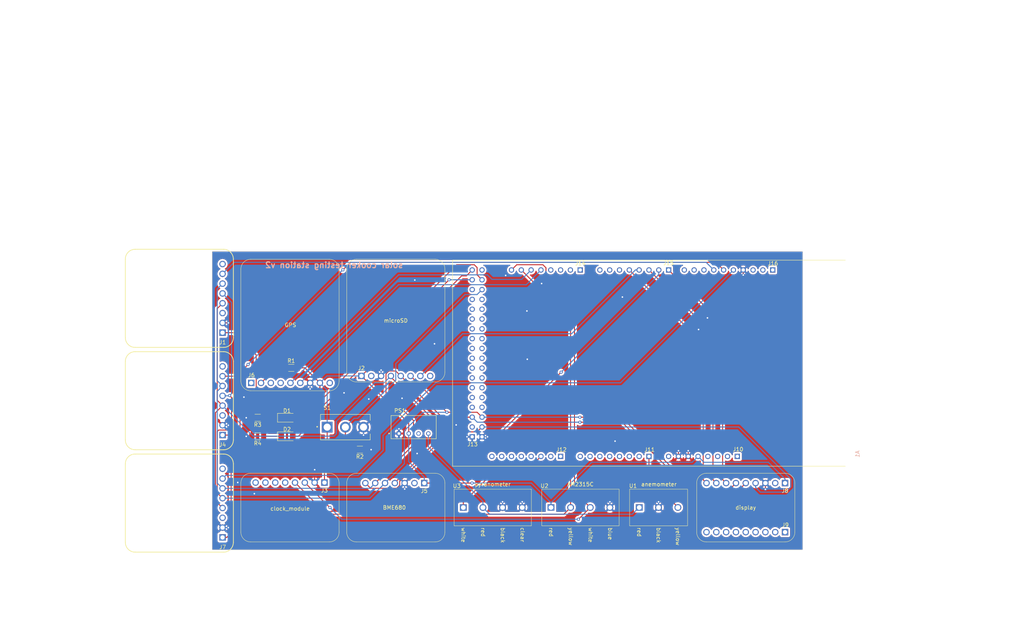
<source format=kicad_pcb>
(kicad_pcb (version 20221018) (generator pcbnew)
  (layers (0 "F.Cu" signal) (31 "B.Cu" signal) (34 "B.Paste" user) (35 "F.Paste" user) (36 "B.SilkS" user "B.Silkscreen") (37 "F.SilkS" user "F.Silkscreen") (38 "B.Mask" user) (39 "F.Mask" user) (44 "Edge.Cuts" user))
  (net 0 "")
  (net 1 "Net-(D1-K)")
  (net 2 "GND")
  (net 3 "Net-(D2-K)")
  (net 4 "/D4")
  (net 5 "/MISO")
  (net 6 "/MOSI")
  (net 7 "/SCK")
  (net 8 "+5V")
  (net 9 "/SDA")
  (net 10 "/SCL")
  (net 11 "+9V")
  (net 12 "/A0")
  (net 13 "/D6")
  (net 14 "/D11")
  (net 15 "/D24")
  (net 16 "/D22")
  (net 17 "/D23")
  (net 18 "/A10")
  (net 73 "/D3")
  (net 74 "/D5")
  (net 75 "/D7")
  (net 76 "/D12")
  (net 77 "/D13")
  (net 79 "/RX1")
  (net 83 "/D45")
  (net 84 "/D43")
  (net 85 "/TX1")
  (net 87 "Net-(J6-EN)")
  (footprint "Resistor_SMD:R_1206_3216Metric_Pad1.30x1.75mm_HandSolder" (layer "F.Cu") (at 81.8625 123.045 180)
    (fp_text reference "R3")
    (fp_text value "150")
  )
  (footprint "custom_components:screw_terminal_3pin" (layer "F.Cu") (at 185.555 146.275)
    (fp_text reference "U1")
    (fp_text value "anemometer")
  )
  (footprint "LED_SMD:LED_1206_3216Metric_Pad1.42x1.75mm_HandSolder" (layer "F.Cu") (at 89.45 123.045)
    (fp_text reference "D1")
    (fp_text value "LED_GREEN")
  )
  (footprint "custom_components:BME680" (layer "F.Cu") (at 117.336 146.302949)
    (fp_text reference "J5")
    (fp_text value "BME680")
  )
  (footprint "LED_SMD:LED_1206_3216Metric_Pad1.42x1.75mm_HandSolder" (layer "F.Cu") (at 89.45 127.855)
    (fp_text reference "D2")
    (fp_text value "LED_RED")
  )
  (footprint "Resistor_SMD:R_1206_3216Metric_Pad1.30x1.75mm_HandSolder" (layer "F.Cu") (at 81.8625 127.855 180)
    (fp_text reference "R4")
    (fp_text value "150")
  )
  (footprint "custom_components:GPS" (layer "F.Cu") (at 90.34 99.0424)
    (fp_text reference "J6")
    (fp_text value "GPS")
  )
  (footprint "custom_components:Pt100" (layer "F.Cu") (at 61.091 92.135 -90)
    (fp_text reference "J1")
    (fp_text value "Pt100")
  )
  (footprint "custom_components:Pt100" (layer "F.Cu") (at 61.091 118.635 -90)
    (fp_text reference "J4")
    (fp_text value "Pt100")
  )
  (footprint "500SSP1S2M2QEA:SW_500SSP1S2M2QEA" (layer "F.Cu") (at 104.5375 125.475)
    (fp_text reference "S1")
    (fp_text value "500SSP1S2M2QEA")
  )
  (footprint "custom_components:display" (layer "F.Cu") (at 208.11 146.302949)
    (fp_text reference "J8")
    (fp_text value "display")
  )
  (footprint "TBA_1-0519:CONV_TBA_1-0519" (layer "F.Cu") (at 122.1975 125.475)
    (fp_text reference "PS1")
    (fp_text value "TBA_1-0519")
  )
  (footprint "custom_components:clock_module" (layer "F.Cu") (at 90.231051 146.575)
    (fp_text reference "J3")
    (fp_text value "clock_module")
  )
  (footprint "Resistor_SMD:R_1206_3216Metric_Pad1.30x1.75mm_HandSolder" (layer "F.Cu") (at 108.3 131.3 180)
    (fp_text reference "R2")
    (fp_text value "10k")
  )
  (footprint "Resistor_SMD:R_1206_3216Metric_Pad1.30x1.75mm_HandSolder" (layer "F.Cu") (at 90.55 110.125)
    (fp_text reference "R1")
    (fp_text value "10k")
  )
  (footprint "custom_components:microSD" (layer "F.Cu") (at 117.59 97.8994)
    (fp_text reference "J2")
    (fp_text value "microSD")
  )
  (footprint "custom_components:screw_terminal_4pin" (layer "F.Cu") (at 165.345 146.275)
    (fp_text reference "U2")
    (fp_text value "AM2315C")
  )
  (footprint "custom_components:Pt100" (layer "F.Cu") (at 61.091 145.135 -90)
    (fp_text reference "J7")
    (fp_text value "Pt100")
  )
  (footprint "custom_components:screw_terminal_4pin" (layer "F.Cu") (at 142.665 146.285)
    (fp_text reference "U3")
    (fp_text value "pyranometer")
  )
  (footprint "A000067:ARDUINO_A000067" (layer "B.Cu") (at 183.07 108.9194 90)
    (fp_text reference "A1")
    (fp_text value "A000067")
  )
  (gr_rect (start 70.1 80) (end 222.805 157.2) (stroke (width 0.1)) (fill none) (layer "Edge.Cuts"))
  (gr_text "solar cooker testing station v2" (at 119.6 84.4) (layer "B.SilkS") (effects (font (size 1.5 1.5) (thickness 0.3) bold) (justify left bottom mirror)))
  (gr_text "J13" (at 136 130.5) (layer "F.SilkS") (effects (font (size 1 1)) (justify left bottom)))
  (gr_text "J14" (at 163.9 83.7) (layer "F.SilkS") (effects (font (size 1 1)) (justify left bottom)))
  (gr_text "J16" (at 213.7 83.7) (layer "F.SilkS") (effects (font (size 1 1)) (justify left bottom)))
  (gr_text "J10" (at 204.7 131.8) (layer "F.SilkS") (effects (font (size 1 1)) (justify left bottom)))
  (gr_text "J9" (at 217.4 151.4) (layer "F.SilkS") (effects (font (size 1 1)) (justify left bottom)))
  (gr_text "J15" (at 186.7 83.6) (layer "F.SilkS") (effects (font (size 1 1)) (justify left bottom)))
  (gr_text "J11" (at 181.8 131.9) (layer "F.SilkS") (effects (font (size 1 1)) (justify left bottom)))
  (gr_text "J12" (at 159 131.9) (layer "F.SilkS") (effects (font (size 1 1)) (justify left bottom)))
  (segment (start 83.4125 123.045) (end 87.9625 123.045) (width 0.25) (layer "F.Cu") (net 1))
  (segment (start 96.593 136.507) (end 96.6 136.5) (width 0.25) (layer "F.Cu") (net 2))
  (segment (start 74.3755 98.485) (end 72.775 98.485) (width 0.25) (layer "F.Cu") (net 2))
  (segment (start 193.23 131.58) (end 193.225 131.575) (width 0.25) (layer "F.Cu") (net 2))
  (segment (start 78.9 123.045) (end 80.3125 123.045) (width 0.25) (layer "F.Cu") (net 2))
  (segment (start 96.593 139.825949) (end 96.593 136.507) (width 0.25) (layer "F.Cu") (net 2))
  (segment (start 109.7625 131.3) (end 111.2 131.3) (width 0.25) (layer "F.Cu") (net 2))
  (segment (start 78.8 127.855) (end 80.3125 127.855) (width 0.25) (layer "F.Cu") (net 2))
  (segment (start 207.454 86.1) (end 207.454 84.7894) (width 0.25) (layer "F.Cu") (net 2))
  (segment (start 193.23 133.0494) (end 193.23 131.58) (width 0.25) (layer "F.Cu") (net 2))
  (segment (start 190.69 133.0494) (end 190.69 131.585) (width 0.25) (layer "F.Cu") (net 2))
  (segment (start 213.19 141.5655) (end 213.19 139.952949) (width 0.25) (layer "F.Cu") (net 2))
  (segment (start 190.69 131.585) (end 190.7 131.575) (width 0.25) (layer "F.Cu") (net 2))
  (via (at 193.225 131.575) (size 0.8) (drill 0.4) (layers "F.Cu" "B.Cu") (net 2))
  (via (at 151.5 95.4) (size 0.8) (drill 0.4) (layers "F.Cu" "B.Cu") (net 2))
  (via (at 150.285 144.8) (size 0.8) (drill 0.4) (layers "F.Cu" "B.Cu") (net 2))
  (via (at 104.2 116.6) (size 0.8) (drill 0.4) (layers "F.Cu" "B.Cu") (net 2))
  (via (at 119.2 118) (size 0.8) (drill 0.4) (layers "F.Cu" "B.Cu") (net 2))
  (via (at 176.2 91.8) (size 0.8) (drill 0.4) (layers "F.Cu" "B.Cu") (net 2))
  (via (at 78.9 123.045) (size 0.8) (drill 0.4) (layers "F.Cu" "B.Cu") (net 2))
  (via (at 96.6 136.5) (size 0.8) (drill 0.4) (layers "F.Cu" "B.Cu") (net 2))
  (via (at 213.19 141.5655) (size 0.8) (drill 0.4) (layers "F.Cu" "B.Cu") (net 2))
  (via (at 195.9 100.2) (size 0.8) (drill 0.4) (layers "F.Cu" "B.Cu") (net 2))
  (via (at 198.2 97.2) (size 0.8) (drill 0.4) (layers "F.Cu" "B.Cu") (net 2))
  (via (at 74.2755 98.485) (size 0.8) (drill 0.4) (layers "F.Cu" "B.Cu") (net 2))
  (via (at 74.2755 124.985) (size 0.8) (drill 0.4) (layers "F.Cu" "B.Cu") (net 2))
  (via (at 78.3 117.7) (size 0.8) (drill 0.4) (layers "F.Cu" "B.Cu") (net 2))
  (via (at 207.454 86.1) (size 0.8) (drill 0.4) (layers "F.Cu" "B.Cu") (net 2))
  (via (at 174.3 129.1) (size 0.8) (drill 0.4) (layers "F.Cu" "B.Cu") (net 2))
  (via (at 119.876 141.5) (size 0.8) (drill 0.4) (layers "F.Cu" "B.Cu") (net 2))
  (via (at 141.3 127.9694) (size 0.8) (drill 0.4) (layers "F.Cu" "B.Cu") (net 2))
  (via (at 155.3 88.3) (size 0.8) (drill 0.4) (layers "F.Cu" "B.Cu") (net 2))
  (via (at 185.555 144.8) (size 0.8) (drill 0.4) (layers "F.Cu" "B.Cu") (net 2))
  (via (at 123.1 132.3) (size 0.8) (drill 0.4) (layers "F.Cu" "B.Cu") (net 2))
  (via (at 136 127.9694) (size 0.8) (drill 0.4) (layers "F.Cu" "B.Cu") (net 2))
  (via (at 111.2 131.3) (size 0.8) (drill 0.4) (layers "F.Cu" "B.Cu") (net 2))
  (via (at 109.2375 127.5375) (size 0.8) (drill 0.4) (layers "F.Cu" "B.Cu") (net 2))
  (via (at 95.42 115.6) (size 0.8) (drill 0.4) (layers "F.Cu" "B.Cu") (net 2))
  (via (at 81 142.7) (size 0.8) (drill 0.4) (layers "F.Cu" "B.Cu") (net 2))
  (via (at 118.4 125.9) (size 0.8) (drill 0.4) (layers "F.Cu" "B.Cu") (net 2))
  (via (at 78.9 127.855) (size 0.8) (drill 0.4) (layers "F.Cu" "B.Cu") (net 2))
  (via (at 133.2 124.9) (size 0.8) (drill 0.4) (layers "F.Cu" "B.Cu") (net 2))
  (via (at 151.6 107.9) (size 0.8) (drill 0.4) (layers "F.Cu" "B.Cu") (net 2))
  (via (at 127.6 103.9) (size 0.8) (drill 0.4) (layers "F.Cu" "B.Cu") (net 2))
  (via (at 172.965 144.8) (size 0.8) (drill 0.4) (layers "F.Cu" "B.Cu") (net 2))
  (via (at 110.6 118.2) (size 0.8) (drill 0.4) (layers "F.Cu" "B.Cu") (net 2))
  (via (at 190.7 131.575) (size 0.8) (drill 0.4) (layers "F.Cu" "B.Cu") (net 2))
  (via (at 113.78 110.7) (size 0.8) (drill 0.4) (layers "F.Cu" "B.Cu") (net 2))
  (via (at 145.205 144.8) (size 0.8) (drill 0.4) (layers "F.Cu" "B.Cu") (net 2))
  (via (at 74.2755 151.485) (size 0.8) (drill 0.4) (layers "F.Cu" "B.Cu") (net 2))
  (via (at 122.5 87.4) (size 0.8) (drill 0.4) (layers "F.Cu" "B.Cu") (net 2))
  (via (at 146 86.2) (size 0.8) (drill 0.4) (layers "F.Cu" "B.Cu") (net 2))
  (via (at 76.7 139.8) (size 0.8) (drill 0.4) (layers "F.Cu" "B.Cu") (net 2))
  (segment (start 109.2375 127.5375) (end 109.2375 125.475) (width 0.25) (layer "B.Cu") (net 2))
  (segment (start 172.965 144.8) (end 172.965 146.275) (width 0.25) (layer "B.Cu") (net 2))
  (segment (start 95.42 115.6) (end 95.42 114.0284) (width 0.25) (layer "B.Cu") (net 2))
  (segment (start 141.3 127.9694) (end 139.89 127.9694) (width 0.25) (layer "B.Cu") (net 2))
  (segment (start 150.285 144.8) (end 150.285 146.285) (width 0.25) (layer "B.Cu") (net 2))
  (segment (start 145.205 144.8) (end 145.205 146.285) (width 0.25) (layer "B.Cu") (net 2))
  (segment (start 136 127.9694) (end 137.35 127.9694) (width 0.25) (layer "B.Cu") (net 2))
  (segment (start 113.78 110.7) (end 113.78 112.225) (width 0.25) (layer "B.Cu") (net 2))
  (segment (start 185.555 144.8) (end 185.555 146.275) (width 0.25) (layer "B.Cu") (net 2))
  (segment (start 74.2755 151.485) (end 72.775 151.485) (width 0.25) (layer "B.Cu") (net 2))
  (segment (start 118.4 127.1125) (end 118.3875 127.125) (width 0.25) (layer "B.Cu") (net 2))
  (segment (start 118.4 125.9) (end 118.4 127.1125) (width 0.25) (layer "B.Cu") (net 2))
  (segment (start 119.876 141.5) (end 119.876 139.952949) (width 0.25) (layer "B.Cu") (net 2))
  (segment (start 74.3755 124.985) (end 72.775 124.985) (width 0.25) (layer "B.Cu") (net 2))
  (segment (start 83.4125 127.855) (end 87.9625 127.855) (width 0.25) (layer "F.Cu") (net 3))
  (segment (start 163.05 101.3) (end 179.5606 84.7894) (width 0.25) (layer "B.Cu") (net 4))
  (segment (start 134.865 101.3) (end 163.05 101.3) (width 0.25) (layer "B.Cu") (net 4))
  (segment (start 179.5606 84.7894) (end 180.53 84.7894) (width 0.25) (layer "B.Cu") (net 4))
  (segment (start 123.94 112.225) (end 134.865 101.3) (width 0.25) (layer "B.Cu") (net 4))
  (segment (start 130.8 121.625) (end 138.6256 121.625) (width 0.25) (layer "F.Cu") (net 5))
  (segment (start 175.9625 122.9) (end 194.5625 141.5) (width 0.25) (layer "F.Cu") (net 5))
  (segment (start 74.6 117.3) (end 75.1 117.8) (width 0.25) (layer "F.Cu") (net 5))
  (segment (start 165.2 122.9) (end 175.9625 122.9) (width 0.25) (layer "F.Cu") (net 5))
  (segment (start 194.5625 141.5) (end 204.022949 141.5) (width 0.25) (layer "F.Cu") (net 5))
  (segment (start 71.775 126.225) (end 71.4 126.6) (width 0.25) (layer "F.Cu") (net 5))
  (segment (start 75.1 117.8) (end 75.1 125.6) (width 0.25) (layer "F.Cu") (net 5))
  (segment (start 138.6256 121.625) (end 139.89 122.8894) (width 0.25) (layer "F.Cu") (net 5))
  (segment (start 71.4 126.6) (end 71.4 142.49) (width 0.25) (layer "F.Cu") (net 5))
  (segment (start 121.4 112.225) (end 130.8 121.625) (width 0.25) (layer "F.Cu") (net 5))
  (segment (start 74.475 126.225) (end 71.775 126.225) (width 0.25) (layer "F.Cu") (net 5))
  (segment (start 204.022949 141.5) (end 205.57 139.952949) (width 0.25) (layer "F.Cu") (net 5))
  (segment (start 71.4 142.49) (end 72.775 143.865) (width 0.25) (layer "F.Cu") (net 5))
  (segment (start 75.1 125.6) (end 74.475 126.225) (width 0.25) (layer "F.Cu") (net 5))
  (via (at 74.6 117.3) (size 0.8) (drill 0.4) (layers "F.Cu" "B.Cu") (net 5))
  (via (at 165.2 122.9) (size 0.8) (drill 0.4) (layers "F.Cu" "B.Cu") (net 5))
  (via (at 130.8 121.625) (size 0.8) (drill 0.4) (layers "F.Cu" "B.Cu") (net 5))
  (segment (start 74.6 117.3) (end 74.535 117.365) (width 0.25) (layer "B.Cu") (net 5))
  (segment (start 165.2 122.9) (end 165.1894 122.8894) (width 0.25) (layer "B.Cu") (net 5))
  (segment (start 119.8 126.4) (end 124.575 121.625) (width 0.25) (layer "B.Cu") (net 5))
  (segment (start 110.883949 143.865) (end 114.796 139.952949) (width 0.25) (layer "B.Cu") (net 5))
  (segment (start 74.6 117.3) (end 75.1 116.8) (width 0.25) (layer "B.Cu") (net 5))
  (segment (start 75.1 116.8) (end 75.1 93.19) (width 0.25) (layer "B.Cu") (net 5))
  (segment (start 72.775 143.865) (end 110.883949 143.865) (width 0.25) (layer "B.Cu") (net 5))
  (segment (start 75.1 93.19) (end 72.775 90.865) (width 0.25) (layer "B.Cu") (net 5))
  (segment (start 165.1894 122.8894) (end 139.89 122.8894) (width 0.25) (layer "B.Cu") (net 5))
  (segment (start 74.535 117.365) (end 72.775 117.365) (width 0.25) (layer "B.Cu") (net 5))
  (segment (start 124.575 121.625) (end 130.8 121.625) (width 0.25) (layer "B.Cu") (net 5))
  (segment (start 119.8 134.948949) (end 119.8 126.4) (width 0.25) (layer "B.Cu") (net 5))
  (segment (start 114.796 139.952949) (end 119.8 134.948949) (width 0.25) (layer "B.Cu") (net 5))
  (segment (start 205.762949 142.3) (end 208.11 139.952949) (width 0.25) (layer "F.Cu") (net 6))
  (segment (start 194.2 142.3) (end 205.762949 142.3) (width 0.25) (layer "F.Cu") (net 6))
  (segment (start 122.15 123.75) (end 115.05 116.65) (width 0.25) (layer "F.Cu") (net 6))
  (segment (start 176.1 124.2) (end 194.2 142.3) (width 0.25) (layer "F.Cu") (net 6))
  (segment (start 112.256 139.952949) (end 122.15 130.058949) (width 0.25) (layer "F.Cu") (net 6))
  (segment (start 115.05 116.65) (end 115.05 111.675) (width 0.25) (layer "F.Cu") (net 6))
  (segment (start 115.05 111.675) (end 115.775 110.95) (width 0.25) (layer "F.Cu") (net 6))
  (segment (start 115.775 110.95) (end 117.585 110.95) (width 0.25) (layer "F.Cu") (net 6))
  (segment (start 164.8 124.2) (end 176.1 124.2) (width 0.25) (layer "F.Cu") (net 6))
  (segment (start 117.585 110.95) (end 118.86 112.225) (width 0.25) (layer "F.Cu") (net 6))
  (segment (start 122.15 130.058949) (end 122.15 123.75) (width 0.25) (layer "F.Cu") (net 6))
  (segment (start 118.86 112.225) (end 129.5244 122.8894) (width 0.25) (layer "F.Cu") (net 6))
  (segment (start 129.5244 122.8894) (end 137.35 122.8894) (width 0.25) (layer "F.Cu") (net 6))
  (via (at 165.2 124.2) (size 0.8) (drill 0.4) (layers "F.Cu" "B.Cu") (net 6))
  (segment (start 71.4 139.95) (end 72.775 141.325) (width 0.25) (layer "B.Cu") (net 6))
  (segment (start 71.4 113.45) (end 72.775 114.825) (width 0.25) (layer "B.Cu") (net 6))
  (segment (start 72.775 114.825) (end 71.4 116.2) (width 0.25) (layer "B.Cu") (net 6))
  (segment (start 110.883949 141.325) (end 112.256 139.952949) (width 0.25) (layer "B.Cu") (net 6))
  (segment (start 71.4 89.7) (end 71.4 113.45) (width 0.25) (layer "B.Cu") (net 6))
  (segment (start 138.6606 124.2) (end 137.35 122.8894) (width 0.25) (layer "B.Cu") (net 6))
  (segment (start 72.775 88.325) (end 71.4 89.7) (width 0.25) (layer "B.Cu") (net 6))
  (segment (start 164.8 124.2) (end 138.6606 124.2) (width 0.25) (layer "B.Cu") (net 6))
  (segment (start 72.775 141.325) (end 110.883949 141.325) (width 0.25) (layer "B.Cu") (net 6))
  (segment (start 71.4 116.2) (end 71.4 139.95) (width 0.25) (layer "B.Cu") (net 6))
  (segment (start 138.6194 126.7) (end 139.89 125.4294) (width 0.25) (layer "F.Cu") (net 7))
  (segment (start 130.5 126.7) (end 138.6194 126.7) (width 0.25) (layer "F.Cu") (net 7))
  (segment (start 71.4 118.53) (end 72.775 119.905) (width 0.25) (layer "F.Cu") (net 7))
  (segment (start 116.32 112.225) (end 116.32 112.52) (width 0.25) (layer "F.Cu") (net 7))
  (segment (start 70.95 121.73) (end 72.775 119.905) (width 0.25) (layer "F.Cu") (net 7))
  (segment (start 72.775 146.405) (end 70.95 144.58) (width 0.25) (layer "F.Cu") (net 7))
  (segment (start 70.95 144.58) (end 70.95 121.73) (width 0.25) (layer "F.Cu") (net 7))
  (segment (start 116.32 112.52) (end 130.5 126.7) (width 0.25) (layer "F.Cu") (net 7))
  (segment (start 72.775 93.405) (end 71.4 94.78) (width 0.25) (layer "F.Cu") (net 7))
  (segment (start 117.336 139.864) (end 130.5 126.7) (width 0.25) (layer "F.Cu") (net 7))
  (segment (start 117.336 139.952949) (end 117.336 139.864) (width 0.25) (layer "F.Cu") (net 7))
  (segment (start 71.4 94.78) (end 71.4 118.53) (width 0.25) (layer "F.Cu") (net 7))
  (segment (start 114.545 114) (end 116.32 112.225) (width 0.25) (layer "B.Cu") (net 7))
  (segment (start 210.65 141.05) (end 210.65 139.952949) (width 0.25) (layer "B.Cu") (net 7))
  (segment (start 206.2794 125.4294) (end 219.75 138.9) (width 0.25) (layer "B.Cu") (net 7))
  (segment (start 80.67 127.8) (end 101.625 127.8) (width 0.25) (layer "B.Cu") (net 7))
  (segment (start 139.89 125.4294) (end 206.2794 125.4294) (width 0.25) (layer "B.Cu") (net 7))
  (segment (start 219.75 138.9) (end 219.75 140.925) (width 0.25) (layer "B.Cu") (net 7))
  (segment (start 72.775 119.905) (end 80.67 127.8) (width 0.25) (layer "B.Cu") (net 7))
  (segment (start 218.375 142.3) (end 211.9 142.3) (width 0.25) (layer "B.Cu") (net 7))
  (segment (start 219.75 140.925) (end 218.375 142.3) (width 0.25) (layer "B.Cu") (net 7))
  (segment (start 211.9 142.3) (end 210.65 141.05) (width 0.25) (layer "B.Cu") (net 7))
  (segment (start 112.2 114) (end 114.545 114) (width 0.25) (layer "B.Cu") (net 7))
  (segment (start 102.225 127.2) (end 102.225 123.975) (width 0.25) (layer "B.Cu") (net 7))
  (segment (start 102.225 123.975) (end 112.2 114) (width 0.25) (layer "B.Cu") (net 7))
  (segment (start 101.625 127.8) (end 102.225 127.2) (width 0.25) (layer "B.Cu") (net 7))
  (segment (start 75 152.875) (end 75 127.525) (width 0.25) (layer "F.Cu") (net 8))
  (segment (start 120.9275 127.125) (end 120.9275 124.4525) (width 0.25) (layer "F.Cu") (net 8))
  (segment (start 108.7 112.225) (end 134.5996 86.3254) (width 0.25) (layer "F.Cu") (net 8))
  (segment (start 97.96 115.24) (end 97.96 114.0284) (width 0.25) (layer "F.Cu") (net 8))
  (segment (start 77.3 123) (end 81.475 118.825) (width 0.25) (layer "F.Cu") (net 8))
  (segment (start 120.9275 124.4525) (end 108.7 112.225) (width 0.25) (layer "F.Cu") (net 8))
  (segment (start 99.8375 125.475) (end 99.8375 133.7625) (width 0.25) (layer "F.Cu") (net 8))
  (segment (start 99.133 134.467) (end 99.133 139.825949) (width 0.25) (layer "F.Cu") (net 8))
  (segment (start 72.775 127.525) (end 75 127.525) (width 0.25) (layer "F.Cu") (net 8))
  (segment (start 75 127.525) (end 77.3 125.225) (width 0.25) (layer "F.Cu") (net 8))
  (segment (start 135.814 86.3254) (end 137.35 84.7894) (width 0.25) (layer "F.Cu") (net 8))
  (segment (start 94.0566 110.125) (end 97.96 114.0284) (width 0.25) (layer "F.Cu") (net 8))
  (segment (start 73.85 154.025) (end 75 152.875) (width 0.25) (layer "F.Cu") (net 8))
  (segment (start 81.475 118.825) (end 81.475 116.375) (width 0.25) (layer "F.Cu") (net 8))
  (segment (start 134.5996 86.3254) (end 135.814 86.3254) (width 0.25) (layer "F.Cu") (net 8))
  (segment (start 72.775 154.025) (end 73.85 154.025) (width 0.25) (layer "F.Cu") (net 8))
  (segment (start 72.775 101.025) (end 75.725 101.025) (width 0.25) (layer "F.Cu") (net 8))
  (segment (start 77.3 125.225) (end 77.3 123) (width 0.25) (layer "F.Cu") (net 8))
  (segment (start 81.475 118.825) (end 83.6 116.7) (width 0.25) (layer "F.Cu") (net 8))
  (segment (start 92.0125 110.125) (end 94.0566 110.125) (width 0.25) (layer "F.Cu") (net 8))
  (segment (start 83.6 116.7) (end 96.5 116.7) (width 0.25) (layer "F.Cu") (net 8))
  (segment (start 75.725 101.025) (end 81.475 106.775) (width 0.25) (layer "F.Cu") (net 8))
  (segment (start 99.8375 133.7625) (end 99.133 134.467) (width 0.25) (layer "F.Cu") (net 8))
  (segment (start 137.3 139.952949) (end 124.956 139.952949) (width 0.25) (layer "F.Cu") (net 8))
  (segment (start 96.5 116.7) (end 97.96 115.24) (width 0.25) (layer "F.Cu") (net 8))
  (segment (start 81.475 106.775) (end 81.475 116.375) (width 0.25) (layer "F.Cu") (net 8))
  (via (at 137.3 139.952949) (size 0.8) (drill 0.4) (layers "F.Cu" "B.Cu") (net 8))
  (segment (start 97.96 114.0284) (end 99.8375 115.9059) (width 0.25) (layer "B.Cu") (net 8))
  (segment (start 120.9275 134.4025) (end 120.9275 127.125) (width 0.25) (layer "B.Cu") (net 8))
  (segment (start 213.975 134.575) (end 197.2956 134.575) (width 0.25) (layer "B.Cu") (net 8))
  (segment (start 124.956 138.431) (end 120.9275 134.4025) (width 0.25) (layer "B.Cu") (net 8))
  (segment (start 97.96 114.0284) (end 99.7634 112.225) (width 0.25) (layer "B.Cu") (net 8))
  (segment (start 99.8375 115.9059) (end 99.8375 125.475) (width 0.25) (layer "B.Cu") (net 8))
  (segment (start 157.725 145.025) (end 157.725 146.275) (width 0.25) (layer "B.Cu") (net 8))
  (segment (start 218.27 139.952949) (end 218.27 138.87) (width 0.25) (layer "B.Cu") (net 8))
  (segment (start 137.302949 139.95) (end 152.65 139.95) (width 0.25) (layer "B.Cu") (net 8))
  (segment (start 124.956 139.952949) (end 124.956 138.431) (width 0.25) (layer "B.Cu") (net 8))
  (segment (start 137.3 139.952949) (end 137.302949 139.95) (width 0.25) (layer "B.Cu") (net 8))
  (segment (start 194.2444 134.575) (end 195.77 133.0494) (width 0.25) (layer "B.Cu") (net 8))
  (segment (start 157.725 145.075) (end 168.225 134.575) (width 0.25) (layer "B.Cu") (net 8))
  (segment (start 168.225 134.575) (end 194.2444 134.575) (width 0.25) (layer "B.Cu") (net 8))
  (segment (start 152.65 139.95) (end 157.725 145.025) (width 0.25) (layer "B.Cu") (net 8))
  (segment (start 157.725 146.275) (end 157.725 145.075) (width 0.25) (layer "B.Cu") (net 8))
  (segment (start 218.27 138.87) (end 213.975 134.575) (width 0.25) (layer "B.Cu") (net 8))
  (segment (start 197.2956 134.575) (end 195.77 133.0494) (width 0.25) (layer "B.Cu") (net 8))
  (segment (start 99.7634 112.225) (end 108.7 112.225) (width 0.25) (layer "B.Cu") (net 8))
  (segment (start 99.712051 148.025) (end 161.055 148.025) (width 0.25) (layer "F.Cu") (net 9))
  (segment (start 161.055 148.025) (end 162.805 146.275) (width 0.25) (layer "F.Cu") (net 9))
  (segment (start 162.8 146.27) (end 162.8 97.5394) (width 0.25) (layer "F.Cu") (net 9))
  (segment (start 162.805 146.275) (end 162.8 146.27) (width 0.25) (layer "F.Cu") (net 9))
  (segment (start 91.513 139.825949) (end 99.712051 148.025) (width 0.25) (layer "F.Cu") (net 9))
  (segment (start 162.8 97.5394) (end 150.05 84.7894) (width 0.25) (layer "F.Cu") (net 9))
  (segment (start 156.425 89.525) (end 156.425 84.225) (width 0.25) (layer "F.Cu") (net 10))
  (segment (start 148.8744 83.425) (end 147.51 84.7894) (width 0.25) (layer "F.Cu") (net 10))
  (segment (start 164.835 149.325) (end 167.885 146.275) (width 0.25) (layer "F.Cu") (net 10))
  (segment (start 155.625 83.425) (end 148.8744 83.425) (width 0.25) (layer "F.Cu") (net 10))
  (segment (start 94.053 139.825949) (end 100.502051 146.275) (width 0.25) (layer "F.Cu") (net 10))
  (segment (start 163.8 142.19) (end 163.8 96.9) (width 0.25) (layer "F.Cu") (net 10))
  (segment (start 100.502051 146.275) (end 100.55 146.275) (width 0.25) (layer "F.Cu") (net 10))
  (segment (start 156.425 84.225) (end 155.625 83.425) (width 0.25) (layer "F.Cu") (net 10))
  (segment (start 163.8 96.9) (end 156.425 89.525) (width 0.25) (layer "F.Cu") (net 10))
  (segment (start 167.885 146.275) (end 163.8 142.19) (width 0.25) (layer "F.Cu") (net 10))
  (via (at 164.835 149.325) (size 0.8) (drill 0.4) (layers "F.Cu" "B.Cu") (net 10))
  (via (at 100.55 146.275) (size 0.8) (drill 0.4) (layers "F.Cu" "B.Cu") (net 10))
  (segment (start 164.835 149.325) (end 103.6 149.325) (width 0.25) (layer "B.Cu") (net 10))
  (segment (start 103.6 149.325) (end 100.55 146.275) (width 0.25) (layer "B.Cu") (net 10))
  (segment (start 140.125 146.285) (end 140.125 144.675) (width 0.25) (layer "B.Cu") (net 11))
  (segment (start 141.865 148.025) (end 140.125 146.285) (width 0.25) (layer "B.Cu") (net 11))
  (segment (start 140.125 144.675) (end 126.0075 130.5575) (width 0.25) (layer "B.Cu") (net 11))
  (segment (start 180.475 146.275) (end 178.725 148.025) (width 0.25) (layer "B.Cu") (net 11))
  (segment (start 126.0075 130.5575) (end 126.0075 127.125) (width 0.25) (layer "B.Cu") (net 11))
  (segment (start 178.725 148.025) (end 141.865 148.025) (width 0.25) (layer "B.Cu") (net 11))
  (segment (start 183.07 133.0494) (end 183.07 138.71) (width 0.25) (layer "F.Cu") (net 12))
  (segment (start 183.07 138.71) (end 190.635 146.275) (width 0.25) (layer "F.Cu") (net 12))
  (segment (start 118.6 139.5) (end 118.6 140.525) (width 0.25) (layer "F.Cu") (net 13))
  (segment (start 160.35 111.25) (end 142.25 129.35) (width 0.25) (layer "F.Cu") (net 13))
  (segment (start 117.825 141.3) (end 111.063051 141.3) (width 0.25) (layer "F.Cu") (net 13))
  (segment (start 111.063051 141.3) (end 109.716 139.952949) (width 0.25) (layer "F.Cu") (net 13))
  (segment (start 128.75 129.35) (end 118.6 139.5) (width 0.25) (layer "F.Cu") (net 13))
  (segment (start 142.25 129.35) (end 128.75 129.35) (width 0.25) (layer "F.Cu") (net 13))
  (segment (start 118.6 140.525) (end 117.825 141.3) (width 0.25) (layer "F.Cu") (net 13))
  (via (at 160.35 111.25) (size 0.8) (drill 0.4) (layers "F.Cu" "B.Cu") (net 13))
  (segment (start 160.35 111.25) (end 185.61 85.99) (width 0.25) (layer "B.Cu") (net 13))
  (segment (start 185.61 85.99) (end 185.61 84.7894) (width 0.25) (layer "B.Cu") (net 13))
  (segment (start 75.7456 82.8144) (end 197.859 82.8144) (width 0.25) (layer "B.Cu") (net 14))
  (segment (start 72.775 85.785) (end 75.7456 82.8144) (width 0.25) (layer "B.Cu") (net 14))
  (segment (start 197.859 82.8144) (end 199.834 84.7894) (width 0.25) (layer "B.Cu") (net 14))
  (segment (start 104.5375 130.5375) (end 105.3 131.3) (width 0.25) (layer "F.Cu") (net 15))
  (segment (start 105.3 131.3) (end 106.8375 131.3) (width 0.25) (layer "F.Cu") (net 15))
  (segment (start 104.5375 125.475) (end 104.5375 130.5375) (width 0.25) (layer "F.Cu") (net 15))
  (segment (start 106.8 123.2) (end 107.7 123.2) (width 0.25) (layer "B.Cu") (net 15))
  (segment (start 104.5375 125.4625) (end 106.8 123.2) (width 0.25) (layer "B.Cu") (net 15))
  (segment (start 117.575 109.05) (end 135.475 91.15) (width 0.25) (layer "B.Cu") (net 15))
  (segment (start 135.475 91.15) (end 138.6094 91.15) (width 0.25) (layer "B.Cu") (net 15))
  (segment (start 107.7 123.2) (end 117.575 113.325) (width 0.25) (layer "B.Cu") (net 15))
  (segment (start 138.6094 91.15) (end 139.89 89.8694) (width 0.25) (layer "B.Cu") (net 15))
  (segment (start 117.575 113.325) (end 117.575 109.05) (width 0.25) (layer "B.Cu") (net 15))
  (segment (start 104.5375 125.475) (end 104.5375 125.4625) (width 0.25) (layer "B.Cu") (net 15))
  (segment (start 133.35 83.425) (end 137.875 83.425) (width 0.25) (layer "F.Cu") (net 16))
  (segment (start 138.625 86.0644) (end 139.89 87.3294) (width 0.25) (layer "F.Cu") (net 16))
  (segment (start 138.625 84.175) (end 138.625 86.0644) (width 0.25) (layer "F.Cu") (net 16))
  (segment (start 90.9375 123.045) (end 93.73 123.045) (width 0.25) (layer "F.Cu") (net 16))
  (segment (start 137.875 83.425) (end 138.625 84.175) (width 0.25) (layer "F.Cu") (net 16))
  (segment (start 93.73 123.045) (end 133.35 83.425) (width 0.25) (layer "F.Cu") (net 16))
  (segment (start 92.345 127.855) (end 96.8 123.4) (width 0.25) (layer "F.Cu") (net 17))
  (segment (start 90.9375 127.855) (end 92.345 127.855) (width 0.25) (layer "F.Cu") (net 17))
  (segment (start 96.8 123.4) (end 96.8 121.9) (width 0.25) (layer "F.Cu") (net 17))
  (segment (start 96.8 121.9) (end 131.375 87.325) (width 0.25) (layer "F.Cu") (net 17))
  (via (at 131.375 87.325) (size 0.8) (drill 0.4) (layers "F.Cu" "B.Cu") (net 17))
  (segment (start 131.3794 87.3294) (end 137.35 87.3294) (width 0.25) (layer "B.Cu") (net 17))
  (segment (start 131.375 87.325) (end 131.3794 87.3294) (width 0.25) (layer "B.Cu") (net 17))
  (segment (start 153.4794 134.7) (end 155.13 133.0494) (width 0.25) (layer "F.Cu") (net 18))
  (segment (start 135.045 144.955) (end 145.3 134.7) (width 0.25) (layer "F.Cu") (net 18))
  (segment (start 145.3 134.7) (end 153.4794 134.7) (width 0.25) (layer "F.Cu") (net 18))
  (segment (start 135.045 146.285) (end 135.045 144.955) (width 0.25) (layer "F.Cu") (net 18))
  (segment (start 197.1 139.102949) (end 197.1 103.8994) (width 0.25) (layer "F.Cu") (net 73))
  (segment (start 197.95 139.952949) (end 197.1 139.102949) (width 0.25) (layer "F.Cu") (net 73))
  (segment (start 197.1 103.8994) (end 177.99 84.7894) (width 0.25) (layer "F.Cu") (net 73))
  (segment (start 199.625 139.087949) (end 199.625 101.3444) (width 0.25) (layer "F.Cu") (net 74))
  (segment (start 200.49 139.952949) (end 199.625 139.087949) (width 0.25) (layer "F.Cu") (net 74))
  (segment (start 199.625 101.3444) (end 183.07 84.7894) (width 0.25) (layer "F.Cu") (net 74))
  (segment (start 202.125 98.7644) (end 188.15 84.7894) (width 0.25) (layer "F.Cu") (net 75))
  (segment (start 202.125 139.047949) (end 202.125 98.7644) (width 0.25) (layer "F.Cu") (net 75))
  (segment (start 203.03 139.952949) (end 202.125 139.047949) (width 0.25) (layer "F.Cu") (net 75))
  (segment (start 105.8356 82.8144) (end 200.399 82.8144) (width 0.25) (layer "F.Cu") (net 76))
  (segment (start 72.775 112.285) (end 76.34 112.285) (width 0.25) (layer "F.Cu") (net 76))
  (segment (start 76.34 112.285) (end 79.375 109.25) (width 0.25) (layer "F.Cu") (net 76))
  (segment (start 103.9 84.75) (end 105.8356 82.8144) (width 0.25) (layer "F.Cu") (net 76))
  (segment (start 200.399 82.8144) (end 202.374 84.7894) (width 0.25) (layer "F.Cu") (net 76))
  (via (at 79.375 109.25) (size 0.8) (drill 0.4) (layers "F.Cu" "B.Cu") (net 76))
  (via (at 103.9 84.75) (size 0.8) (drill 0.4) (layers "F.Cu" "B.Cu") (net 76))
  (segment (start 103.875 84.75) (end 103.9 84.75) (width 0.25) (layer "B.Cu") (net 76))
  (segment (start 79.375 109.25) (end 103.875 84.75) (width 0.25) (layer "B.Cu") (net 76))
  (segment (start 107.84 137.96) (end 114.3 131.5) (width 0.25) (layer "B.Cu") (net 77))
  (segment (start 114.3 131.5) (end 114.3 127.6) (width 0.25) (layer "B.Cu") (net 77))
  (segment (start 114.3 127.6) (end 127.9 114) (width 0.25) (layer "B.Cu") (net 77))
  (segment (start 175.7034 114) (end 204.914 84.7894) (width 0.25) (layer "B.Cu") (net 77))
  (segment (start 73.6 137.96) (end 107.84 137.96) (width 0.25) (layer "B.Cu") (net 77))
  (segment (start 127.9 114) (end 175.7034 114) (width 0.25) (layer "B.Cu") (net 77))
  (segment (start 72.775 138.785) (end 73.6 137.96) (width 0.25) (layer "B.Cu") (net 77))
  (segment (start 142.45 87.225) (end 150.1544 87.225) (width 0.25) (layer "B.Cu") (net 79))
  (segment (start 118.3184 86.05) (end 141.275 86.05) (width 0.25) (layer "B.Cu") (net 79))
  (segment (start 141.275 86.05) (end 142.45 87.225) (width 0.25) (layer "B.Cu") (net 79))
  (segment (start 150.1544 87.225) (end 152.59 84.7894) (width 0.25) (layer "B.Cu") (net 79))
  (segment (start 90.34 114.0284) (end 118.3184 86.05) (width 0.25) (layer "B.Cu") (net 79))
  (segment (start 118.3084 88.6) (end 151.3194 88.6) (width 0.25) (layer "B.Cu") (net 85))
  (segment (start 151.3194 88.6) (end 155.13 84.7894) (width 0.25) (layer "B.Cu") (net 85))
  (segment (start 92.88 114.0284) (end 118.3084 88.6) (width 0.25) (layer "B.Cu") (net 85))
  (segment (start 89.0875 110.125) (end 86.6234 110.125) (width 0.25) (layer "F.Cu") (net 87))
  (segment (start 86.6234 110.125) (end 82.72 114.0284) (width 0.25) (layer "F.Cu") (net 87))
  (zone (net 2) (net_name "GND") (layers "F&B.Cu") (connect_pads (clearance 0.5)) (min_thickness 0.25) (fill yes (thermal_gap 0.5) (thermal_bridge_width 0.5))
    (polygon (pts (xy 70.0846 79.96) (xy 222.8 80) (xy 222.8 157.2) (xy 70.1 157.2)))
  )
)
</source>
